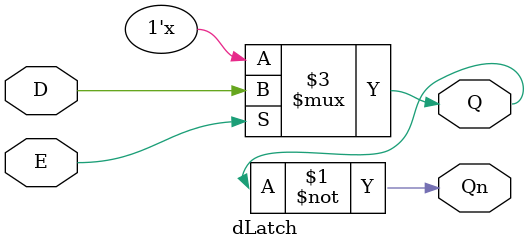
<source format=v>
module dLatch (
    input D, E,       
    output reg Q,      
    output Qn          
);
    assign Qn = ~Q;    

    always @(D, E) begin
        if (E)         
            Q <= D;   
    end
endmodule
</source>
